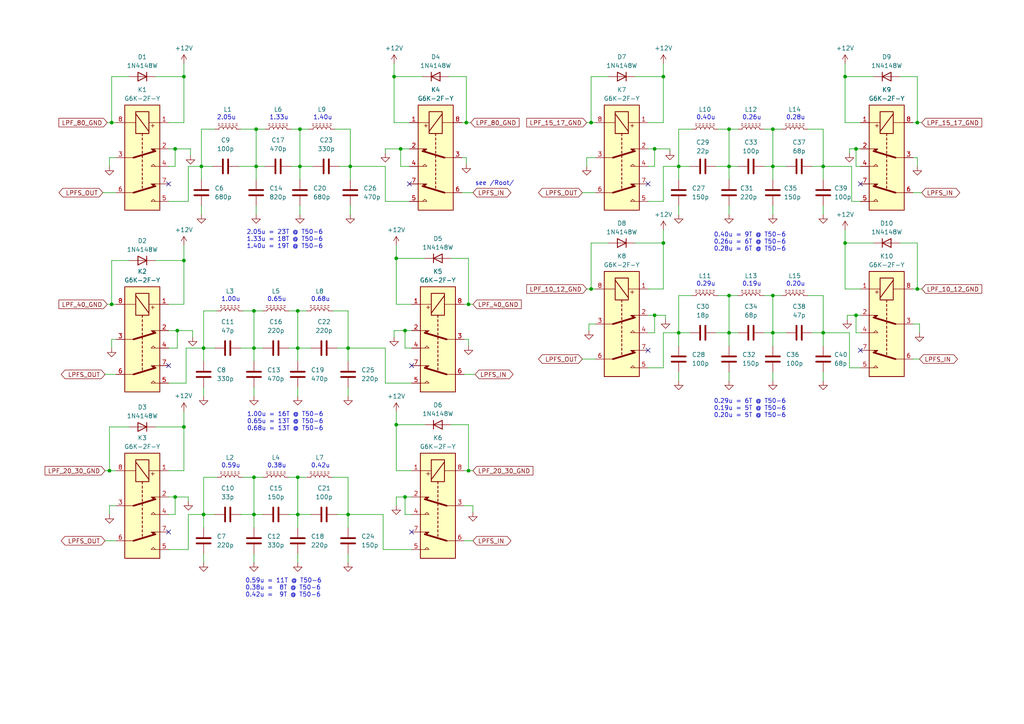
<source format=kicad_sch>
(kicad_sch (version 20230121) (generator eeschema)
  (paper "A4")
  (title_block (title "HBR/MK2 LPF Board") (date "2024-02-03") (rev "1.0"))
  (lib_symbols
    (symbol "Device:C" (pin_numbers hide) (pin_names (offset 0.254))
      (property "Reference" "C" (at 0.635 2.54 0))
      (property "Value" "C" (at 0.635 -2.54 0))
      (symbol "C_1_1"
        (pin passive line (at 0 3.81 270) (length 2.794) (name "~") (number "1"))
        (pin passive line (at 0 -3.81 90) (length 2.794) (name "~") (number "2"))
      )
    )
    (symbol "Device:L_Ferrite" (pin_numbers hide) (pin_names (offset 1.016) hide)
      (property "Reference" "L" (at -1.27 0 90))
      (property "Value" "L_Ferrite" (at 2.794 0 90))
      (symbol "L_Ferrite_1_1"
        (pin passive line (at 0 3.81 270) (length 1.27) (name "1") (number "1"))
        (pin passive line (at 0 -3.81 90) (length 1.27) (name "2") (number "2"))
      )
    )
    (symbol "Diode:1N4148W" (pin_numbers hide) (pin_names hide)
      (property "Reference" "D" (at 0 2.54 0))
      (property "Value" "1N4148W" (at 0 -2.54 0))
      (symbol "1N4148W_1_1"
        (pin passive line (at -3.81 0 0) (length 2.54) (name "K") (number "1"))
        (pin passive line (at 3.81 0 180) (length 2.54) (name "A") (number "2"))
      )
    )
    (symbol "Relay:G6K-2"
      (property "Reference" "K" (at 16.51 3.81 0))
      (property "Value" "G6K-2" (at 16.51 1.27 0))
      (symbol "G6K-2_0_0"
        (text "+" (at -9.271 2.921 0) (effects (font (size 1.27 1.27))))
      )
      (symbol "G6K-2_1_1"
        (pin passive line (at -10.16 7.62 270) (length 2.54) (name "~") (number "1"))
        (pin passive line (at -2.54 7.62 270) (length 2.54) (name "~") (number "2"))
        (pin passive line (at 0 -7.62 90) (length 2.54) (name "~") (number "3"))
        (pin passive line (at 2.54 7.62 270) (length 2.54) (name "~") (number "4"))
        (pin passive line (at 12.7 7.62 270) (length 2.54) (name "~") (number "5"))
        (pin passive line (at 10.16 -7.62 90) (length 2.54) (name "~") (number "6"))
        (pin passive line (at 7.62 7.62 270) (length 2.54) (name "~") (number "7"))
        (pin passive line (at -10.16 -7.62 90) (length 2.54) (name "~") (number "8"))
      )
    )
    (symbol "power:+12V" (power) (pin_names (offset 0))
      (property "Value" "+12V" (at 0 3.556 0))
      (symbol "+12V_1_1"
        (pin power_in line (at 0 0 90) (length 0) hide (name "+12V") (number "1"))
      )
    )
    (symbol "power:GND" (power) (pin_names (offset 0))
      (property "Value" "GND" (at 0 -3.81 0))
      (symbol "GND_1_1"
        (pin power_in line (at 0 0 270) (length 0) hide (name "GND") (number "1"))
      )
    )
  )
  (junction (at 73.66 138.43))
  (junction (at 189.865 91.44))
  (junction (at 32.385 88.265))
  (junction (at 238.76 48.26))
  (junction (at 245.11 22.225))
  (junction (at 74.295 48.26))
  (junction (at 211.455 85.725))
  (junction (at 53.34 123.825))
  (junction (at 171.45 83.82))
  (junction (at 73.66 90.17))
  (junction (at 86.36 138.43))
  (junction (at 211.455 96.52))
  (junction (at 211.455 48.26))
  (junction (at 135.255 35.56))
  (junction (at 51.435 95.885))
  (junction (at 73.66 100.965))
  (junction (at 59.055 100.965))
  (junction (at 114.935 74.93))
  (junction (at 224.155 37.465))
  (junction (at 101.6 48.26))
  (junction (at 224.155 48.26))
  (junction (at 266.065 83.82))
  (junction (at 58.42 48.26))
  (junction (at 248.285 43.18))
  (junction (at 248.285 91.44))
  (junction (at 31.75 136.525))
  (junction (at 53.34 22.225))
  (junction (at 224.155 85.725))
  (junction (at 86.995 37.465))
  (junction (at 196.85 48.26))
  (junction (at 196.85 96.52))
  (junction (at 116.205 43.18))
  (junction (at 211.455 37.465))
  (junction (at 86.995 48.26))
  (junction (at 171.45 35.56))
  (junction (at 50.8 43.18))
  (junction (at 32.385 35.56))
  (junction (at 86.36 90.17))
  (junction (at 117.475 95.885))
  (junction (at 192.405 22.225))
  (junction (at 86.36 100.965))
  (junction (at 266.065 35.56))
  (junction (at 224.155 96.52))
  (junction (at 135.89 136.525))
  (junction (at 100.965 100.965))
  (junction (at 50.8 144.145))
  (junction (at 100.965 149.225))
  (junction (at 73.66 149.225))
  (junction (at 74.295 37.465))
  (junction (at 117.475 144.145))
  (junction (at 114.3 22.225))
  (junction (at 114.935 123.19))
  (junction (at 86.36 149.225))
  (junction (at 135.89 88.265))
  (junction (at 192.405 70.485))
  (junction (at 245.11 70.485))
  (junction (at 53.34 75.565))
  (junction (at 189.865 43.18))
  (junction (at 238.76 96.52))
  (junction (at 59.055 149.225))
  (no_connect (at 119.38 154.305))
  (no_connect (at 187.96 53.34))
  (no_connect (at 249.555 53.34))
  (no_connect (at 249.555 101.6))
  (no_connect (at 187.96 101.6))
  (no_connect (at 48.895 154.305))
  (no_connect (at 119.38 106.045))
  (no_connect (at 118.745 53.34))
  (no_connect (at 48.895 106.045))
  (no_connect (at 48.895 53.34))
  (wire (pts (xy 86.36 160.655) (xy 86.36 163.195)))
  (wire (pts (xy 245.11 83.82) (xy 245.11 70.485)))
  (wire (pts (xy 59.055 160.655) (xy 59.055 163.195)))
  (wire (pts (xy 100.965 149.225) (xy 111.125 149.225)))
  (wire (pts (xy 192.405 35.56) (xy 192.405 22.225)))
  (wire (pts (xy 224.155 48.26) (xy 227.965 48.26)))
  (wire (pts (xy 53.975 111.125) (xy 53.975 100.965)))
  (wire (pts (xy 29.845 55.88) (xy 33.655 55.88)))
  (wire (pts (xy 86.995 48.26) (xy 90.805 48.26)))
  (wire (pts (xy 238.76 96.52) (xy 246.38 96.52)))
  (wire (pts (xy 211.455 85.725) (xy 211.455 96.52)))
  (wire (pts (xy 192.405 83.82) (xy 192.405 70.485)))
  (wire (pts (xy 114.3 22.225) (xy 114.3 18.415)))
  (wire (pts (xy 58.42 37.465) (xy 62.23 37.465)))
  (wire (pts (xy 187.96 106.68) (xy 192.405 106.68)))
  (wire (pts (xy 119.38 149.225) (xy 117.475 149.225)))
  (wire (pts (xy 123.19 123.19) (xy 114.935 123.19)))
  (wire (pts (xy 187.96 96.52) (xy 189.865 96.52)))
  (wire (pts (xy 111.76 58.42) (xy 111.76 48.26)))
  (wire (pts (xy 114.935 136.525) (xy 114.935 123.19)))
  (wire (pts (xy 249.555 58.42) (xy 247.015 58.42)))
  (wire (pts (xy 238.76 107.95) (xy 238.76 110.49)))
  (wire (pts (xy 266.065 35.56) (xy 264.795 35.56)))
  (wire (pts (xy 86.995 37.465) (xy 89.535 37.465)))
  (wire (pts (xy 170.815 93.98) (xy 172.72 93.98)))
  (wire (pts (xy 48.895 111.125) (xy 53.975 111.125)))
  (wire (pts (xy 211.455 48.26) (xy 213.995 48.26)))
  (wire (pts (xy 54.61 149.225) (xy 59.055 149.225)))
  (wire (pts (xy 170.18 83.82) (xy 171.45 83.82)))
  (wire (pts (xy 86.995 37.465) (xy 86.995 48.26)))
  (wire (pts (xy 101.6 48.26) (xy 111.76 48.26)))
  (wire (pts (xy 55.88 97.79) (xy 55.88 95.885)))
  (wire (pts (xy 73.66 149.225) (xy 76.2 149.225)))
  (wire (pts (xy 116.205 43.18) (xy 118.745 43.18)))
  (wire (pts (xy 224.155 96.52) (xy 224.155 100.33)))
  (wire (pts (xy 135.89 136.525) (xy 134.62 136.525)))
  (wire (pts (xy 54.61 145.415) (xy 54.61 144.145)))
  (wire (pts (xy 83.82 149.225) (xy 86.36 149.225)))
  (wire (pts (xy 69.85 37.465) (xy 74.295 37.465)))
  (wire (pts (xy 224.155 85.725) (xy 224.155 96.52)))
  (wire (pts (xy 74.295 48.26) (xy 76.835 48.26)))
  (wire (pts (xy 32.385 75.565) (xy 32.385 88.265)))
  (wire (pts (xy 53.34 75.565) (xy 53.34 71.12)))
  (wire (pts (xy 170.815 95.885) (xy 170.815 93.98)))
  (wire (pts (xy 101.6 48.26) (xy 101.6 52.07)))
  (wire (pts (xy 114.3 97.79) (xy 114.3 95.885)))
  (wire (pts (xy 50.8 48.26) (xy 50.8 43.18)))
  (wire (pts (xy 264.795 55.88) (xy 267.335 55.88)))
  (wire (pts (xy 48.895 88.265) (xy 53.34 88.265)))
  (wire (pts (xy 100.965 100.965) (xy 111.76 100.965)))
  (wire (pts (xy 253.365 70.485) (xy 245.11 70.485)))
  (wire (pts (xy 135.255 47.625) (xy 135.255 45.72)))
  (wire (pts (xy 238.76 96.52) (xy 238.76 100.33)))
  (wire (pts (xy 130.175 22.225) (xy 135.255 22.225)))
  (wire (pts (xy 134.62 108.585) (xy 137.795 108.585)))
  (wire (pts (xy 31.75 136.525) (xy 33.655 136.525)))
  (wire (pts (xy 31.75 149.225) (xy 31.75 146.685)))
  (wire (pts (xy 134.62 156.845) (xy 137.16 156.845)))
  (wire (pts (xy 249.555 83.82) (xy 245.11 83.82)))
  (wire (pts (xy 135.255 35.56) (xy 133.985 35.56)))
  (wire (pts (xy 246.38 106.68) (xy 246.38 96.52)))
  (wire (pts (xy 117.475 100.965) (xy 117.475 95.885)))
  (wire (pts (xy 69.215 48.26) (xy 74.295 48.26)))
  (wire (pts (xy 176.53 70.485) (xy 171.45 70.485)))
  (wire (pts (xy 171.45 35.56) (xy 172.72 35.56)))
  (wire (pts (xy 117.475 144.145) (xy 119.38 144.145)))
  (wire (pts (xy 30.48 156.845) (xy 33.655 156.845)))
  (wire (pts (xy 208.28 85.725) (xy 211.455 85.725)))
  (wire (pts (xy 168.91 104.14) (xy 172.72 104.14)))
  (wire (pts (xy 54.61 48.26) (xy 58.42 48.26)))
  (wire (pts (xy 86.36 149.225) (xy 90.17 149.225)))
  (wire (pts (xy 194.31 43.815) (xy 194.31 43.18)))
  (wire (pts (xy 31.115 35.56) (xy 32.385 35.56)))
  (wire (pts (xy 119.38 111.125) (xy 111.76 111.125)))
  (wire (pts (xy 100.965 138.43) (xy 100.965 149.225)))
  (wire (pts (xy 238.76 37.465) (xy 238.76 48.26)))
  (wire (pts (xy 86.36 100.965) (xy 86.36 104.775)))
  (wire (pts (xy 48.895 100.965) (xy 51.435 100.965)))
  (wire (pts (xy 86.36 149.225) (xy 86.36 153.035)))
  (wire (pts (xy 97.155 37.465) (xy 101.6 37.465)))
  (wire (pts (xy 211.455 59.69) (xy 211.455 62.23)))
  (wire (pts (xy 73.66 100.965) (xy 73.66 104.775)))
  (wire (pts (xy 249.555 106.68) (xy 246.38 106.68)))
  (wire (pts (xy 135.255 45.72) (xy 133.985 45.72)))
  (wire (pts (xy 86.36 100.965) (xy 90.17 100.965)))
  (wire (pts (xy 73.66 112.395) (xy 73.66 114.935)))
  (wire (pts (xy 245.745 92.71) (xy 245.745 91.44)))
  (wire (pts (xy 137.16 136.525) (xy 135.89 136.525)))
  (wire (pts (xy 196.85 48.26) (xy 200.025 48.26)))
  (wire (pts (xy 114.935 144.145) (xy 117.475 144.145)))
  (wire (pts (xy 170.18 35.56) (xy 171.45 35.56)))
  (wire (pts (xy 59.055 149.225) (xy 62.23 149.225)))
  (wire (pts (xy 73.66 90.17) (xy 76.2 90.17)))
  (wire (pts (xy 248.285 43.18) (xy 249.555 43.18)))
  (wire (pts (xy 48.895 136.525) (xy 53.34 136.525)))
  (wire (pts (xy 55.245 43.18) (xy 50.8 43.18)))
  (wire (pts (xy 96.52 90.17) (xy 100.965 90.17)))
  (wire (pts (xy 193.04 91.44) (xy 189.865 91.44)))
  (wire (pts (xy 31.75 45.72) (xy 33.655 45.72)))
  (wire (pts (xy 137.16 88.265) (xy 135.89 88.265)))
  (wire (pts (xy 221.615 96.52) (xy 224.155 96.52)))
  (wire (pts (xy 135.255 22.225) (xy 135.255 35.56)))
  (wire (pts (xy 211.455 85.725) (xy 213.995 85.725)))
  (wire (pts (xy 62.23 100.965) (xy 59.055 100.965)))
  (wire (pts (xy 192.405 58.42) (xy 192.405 48.26)))
  (wire (pts (xy 100.965 149.225) (xy 100.965 153.035)))
  (wire (pts (xy 114.3 95.885) (xy 117.475 95.885)))
  (wire (pts (xy 114.935 74.93) (xy 114.935 71.12)))
  (wire (pts (xy 137.16 146.685) (xy 134.62 146.685)))
  (wire (pts (xy 248.285 91.44) (xy 249.555 91.44)))
  (wire (pts (xy 137.16 148.59) (xy 137.16 146.685)))
  (wire (pts (xy 37.465 22.225) (xy 32.385 22.225)))
  (wire (pts (xy 119.38 88.265) (xy 114.935 88.265)))
  (wire (pts (xy 171.45 70.485) (xy 171.45 83.82)))
  (wire (pts (xy 187.96 35.56) (xy 192.405 35.56)))
  (wire (pts (xy 234.315 37.465) (xy 238.76 37.465)))
  (wire (pts (xy 37.465 123.825) (xy 31.75 123.825)))
  (wire (pts (xy 86.995 59.69) (xy 86.995 62.23)))
  (wire (pts (xy 32.385 35.56) (xy 33.655 35.56)))
  (wire (pts (xy 74.295 37.465) (xy 76.835 37.465)))
  (wire (pts (xy 58.42 48.26) (xy 58.42 52.07)))
  (wire (pts (xy 196.85 37.465) (xy 200.66 37.465)))
  (wire (pts (xy 207.645 48.26) (xy 211.455 48.26)))
  (wire (pts (xy 196.85 48.26) (xy 196.85 52.07)))
  (wire (pts (xy 31.75 146.685) (xy 33.655 146.685)))
  (wire (pts (xy 196.85 59.69) (xy 196.85 62.23)))
  (wire (pts (xy 48.895 58.42) (xy 54.61 58.42)))
  (wire (pts (xy 73.66 90.17) (xy 73.66 100.965)))
  (wire (pts (xy 266.7 93.98) (xy 264.795 93.98)))
  (wire (pts (xy 192.405 22.225) (xy 192.405 18.415)))
  (wire (pts (xy 59.055 90.17) (xy 59.055 100.965)))
  (wire (pts (xy 69.85 149.225) (xy 73.66 149.225)))
  (wire (pts (xy 59.055 149.225) (xy 59.055 138.43)))
  (wire (pts (xy 246.38 43.18) (xy 248.285 43.18)))
  (wire (pts (xy 245.11 22.225) (xy 245.11 18.415)))
  (wire (pts (xy 249.555 48.26) (xy 248.285 48.26)))
  (wire (pts (xy 86.36 90.17) (xy 86.36 100.965)))
  (wire (pts (xy 54.61 144.145) (xy 50.8 144.145)))
  (wire (pts (xy 73.66 138.43) (xy 73.66 149.225)))
  (wire (pts (xy 86.36 112.395) (xy 86.36 114.935)))
  (wire (pts (xy 189.865 91.44) (xy 189.865 96.52)))
  (wire (pts (xy 96.52 138.43) (xy 100.965 138.43)))
  (wire (pts (xy 245.11 35.56) (xy 245.11 22.225)))
  (wire (pts (xy 238.76 48.26) (xy 247.015 48.26)))
  (wire (pts (xy 30.48 108.585) (xy 33.655 108.585)))
  (wire (pts (xy 31.75 48.26) (xy 31.75 45.72)))
  (wire (pts (xy 122.555 22.225) (xy 114.3 22.225)))
  (wire (pts (xy 73.66 160.655) (xy 73.66 163.195)))
  (wire (pts (xy 101.6 59.69) (xy 101.6 62.23)))
  (wire (pts (xy 69.85 100.965) (xy 73.66 100.965)))
  (wire (pts (xy 187.96 48.26) (xy 189.865 48.26)))
  (wire (pts (xy 111.76 100.965) (xy 111.76 111.125)))
  (wire (pts (xy 119.38 136.525) (xy 114.935 136.525)))
  (wire (pts (xy 176.53 22.225) (xy 171.45 22.225)))
  (wire (pts (xy 101.6 37.465) (xy 101.6 48.26)))
  (wire (pts (xy 224.155 59.69) (xy 224.155 62.23)))
  (wire (pts (xy 238.76 85.725) (xy 238.76 96.52)))
  (wire (pts (xy 187.96 58.42) (xy 192.405 58.42)))
  (wire (pts (xy 266.065 48.26) (xy 266.065 45.72)))
  (wire (pts (xy 192.405 70.485) (xy 192.405 66.675)))
  (wire (pts (xy 235.585 48.26) (xy 238.76 48.26)))
  (wire (pts (xy 238.76 59.69) (xy 238.76 62.23)))
  (wire (pts (xy 86.36 138.43) (xy 88.9 138.43)))
  (wire (pts (xy 224.155 37.465) (xy 224.155 48.26)))
  (wire (pts (xy 86.995 48.26) (xy 86.995 52.07)))
  (wire (pts (xy 211.455 48.26) (xy 211.455 52.07)))
  (wire (pts (xy 53.34 136.525) (xy 53.34 123.825)))
  (wire (pts (xy 100.965 100.965) (xy 100.965 104.775)))
  (wire (pts (xy 83.82 90.17) (xy 86.36 90.17)))
  (wire (pts (xy 59.055 112.395) (xy 59.055 114.935)))
  (wire (pts (xy 48.895 48.26) (xy 50.8 48.26)))
  (wire (pts (xy 45.085 75.565) (xy 53.34 75.565)))
  (wire (pts (xy 266.065 83.82) (xy 264.795 83.82)))
  (wire (pts (xy 48.895 35.56) (xy 53.34 35.56)))
  (wire (pts (xy 267.335 83.82) (xy 266.065 83.82)))
  (wire (pts (xy 32.385 88.265) (xy 33.655 88.265)))
  (wire (pts (xy 211.455 37.465) (xy 213.995 37.465)))
  (wire (pts (xy 31.75 123.825) (xy 31.75 136.525)))
  (wire (pts (xy 194.31 43.18) (xy 189.865 43.18)))
  (wire (pts (xy 114.3 35.56) (xy 114.3 22.225)))
  (wire (pts (xy 73.66 138.43) (xy 76.2 138.43)))
  (wire (pts (xy 55.88 95.885) (xy 51.435 95.885)))
  (wire (pts (xy 31.115 88.265) (xy 32.385 88.265)))
  (wire (pts (xy 266.065 22.225) (xy 266.065 35.56)))
  (wire (pts (xy 192.405 48.26) (xy 196.85 48.26)))
  (wire (pts (xy 234.315 85.725) (xy 238.76 85.725)))
  (wire (pts (xy 74.295 59.69) (xy 74.295 62.23)))
  (wire (pts (xy 248.285 43.18) (xy 248.285 48.26)))
  (wire (pts (xy 189.865 43.18) (xy 187.96 43.18)))
  (wire (pts (xy 58.42 59.69) (xy 58.42 62.23)))
  (wire (pts (xy 224.155 96.52) (xy 227.965 96.52)))
  (wire (pts (xy 111.76 43.18) (xy 116.205 43.18)))
  (wire (pts (xy 245.11 70.485) (xy 245.11 66.675)))
  (wire (pts (xy 50.8 43.18) (xy 48.895 43.18)))
  (wire (pts (xy 249.555 96.52) (xy 248.285 96.52)))
  (wire (pts (xy 238.76 48.26) (xy 238.76 52.07)))
  (wire (pts (xy 267.335 35.56) (xy 266.065 35.56)))
  (wire (pts (xy 100.965 160.655) (xy 100.965 163.195)))
  (wire (pts (xy 211.455 96.52) (xy 213.995 96.52)))
  (wire (pts (xy 184.15 22.225) (xy 192.405 22.225)))
  (wire (pts (xy 224.155 85.725) (xy 226.695 85.725)))
  (wire (pts (xy 86.36 90.17) (xy 88.9 90.17)))
  (wire (pts (xy 59.055 138.43) (xy 62.865 138.43)))
  (wire (pts (xy 130.81 123.19) (xy 135.89 123.19)))
  (wire (pts (xy 211.455 107.95) (xy 211.455 110.49)))
  (wire (pts (xy 192.405 96.52) (xy 196.85 96.52)))
  (wire (pts (xy 50.8 144.145) (xy 48.895 144.145)))
  (wire (pts (xy 208.28 37.465) (xy 211.455 37.465)))
  (wire (pts (xy 84.455 37.465) (xy 86.995 37.465)))
  (wire (pts (xy 53.34 123.825) (xy 53.34 119.38)))
  (wire (pts (xy 187.96 83.82) (xy 192.405 83.82)))
  (wire (pts (xy 83.82 138.43) (xy 86.36 138.43)))
  (wire (pts (xy 170.18 45.72) (xy 172.72 45.72)))
  (wire (pts (xy 51.435 100.965) (xy 51.435 95.885)))
  (wire (pts (xy 171.45 22.225) (xy 171.45 35.56)))
  (wire (pts (xy 98.425 48.26) (xy 101.6 48.26)))
  (wire (pts (xy 260.985 70.485) (xy 266.065 70.485)))
  (wire (pts (xy 111.125 159.385) (xy 111.125 149.225)))
  (wire (pts (xy 196.85 85.725) (xy 196.85 96.52)))
  (wire (pts (xy 136.525 35.56) (xy 135.255 35.56)))
  (wire (pts (xy 118.745 35.56) (xy 114.3 35.56)))
  (wire (pts (xy 54.61 149.225) (xy 54.61 159.385)))
  (wire (pts (xy 249.555 35.56) (xy 245.11 35.56)))
  (wire (pts (xy 53.34 88.265) (xy 53.34 75.565)))
  (wire (pts (xy 224.155 48.26) (xy 224.155 52.07)))
  (wire (pts (xy 45.085 123.825) (xy 53.34 123.825)))
  (wire (pts (xy 117.475 95.885) (xy 119.38 95.885)))
  (wire (pts (xy 221.615 37.465) (xy 224.155 37.465)))
  (wire (pts (xy 168.91 55.88) (xy 172.72 55.88)))
  (wire (pts (xy 130.81 74.93) (xy 135.89 74.93)))
  (wire (pts (xy 135.89 100.33) (xy 135.89 98.425)))
  (wire (pts (xy 59.055 149.225) (xy 59.055 153.035)))
  (wire (pts (xy 97.79 149.225) (xy 100.965 149.225)))
  (wire (pts (xy 211.455 37.465) (xy 211.455 48.26)))
  (wire (pts (xy 84.455 48.26) (xy 86.995 48.26)))
  (wire (pts (xy 235.585 96.52) (xy 238.76 96.52)))
  (wire (pts (xy 123.19 74.93) (xy 114.935 74.93)))
  (wire (pts (xy 221.615 48.26) (xy 224.155 48.26)))
  (wire (pts (xy 119.38 159.385) (xy 111.125 159.385)))
  (wire (pts (xy 32.385 22.225) (xy 32.385 35.56)))
  (wire (pts (xy 58.42 48.26) (xy 58.42 37.465)))
  (wire (pts (xy 245.745 91.44) (xy 248.285 91.44)))
  (wire (pts (xy 248.285 91.44) (xy 248.285 96.52)))
  (wire (pts (xy 55.245 45.085) (xy 55.245 43.18)))
  (wire (pts (xy 97.79 100.965) (xy 100.965 100.965)))
  (wire (pts (xy 83.82 100.965) (xy 86.36 100.965)))
  (wire (pts (xy 189.865 48.26) (xy 189.865 43.18)))
  (wire (pts (xy 247.015 48.26) (xy 247.015 58.42)))
  (wire (pts (xy 135.89 123.19) (xy 135.89 136.525)))
  (wire (pts (xy 30.48 136.525) (xy 31.75 136.525)))
  (wire (pts (xy 264.795 104.14) (xy 266.7 104.14)))
  (wire (pts (xy 73.66 100.965) (xy 76.2 100.965)))
  (wire (pts (xy 100.965 112.395) (xy 100.965 114.935)))
  (wire (pts (xy 118.745 48.26) (xy 116.205 48.26)))
  (wire (pts (xy 224.155 37.465) (xy 226.695 37.465)))
  (wire (pts (xy 260.985 22.225) (xy 266.065 22.225)))
  (wire (pts (xy 37.465 75.565) (xy 32.385 75.565)))
  (wire (pts (xy 207.645 96.52) (xy 211.455 96.52)))
  (wire (pts (xy 114.935 123.19) (xy 114.935 119.38)))
  (wire (pts (xy 246.38 44.45) (xy 246.38 43.18)))
  (wire (pts (xy 74.295 37.465) (xy 74.295 48.26)))
  (wire (pts (xy 32.385 98.425) (xy 33.655 98.425)))
  (wire (pts (xy 253.365 22.225) (xy 245.11 22.225)))
  (wire (pts (xy 48.895 149.225) (xy 50.8 149.225)))
  (wire (pts (xy 211.455 96.52) (xy 211.455 100.33)))
  (wire (pts (xy 114.935 88.265) (xy 114.935 74.93)))
  (wire (pts (xy 116.205 48.26) (xy 116.205 43.18)))
  (wire (pts (xy 117.475 149.225) (xy 117.475 144.145)))
  (wire (pts (xy 171.45 83.82) (xy 172.72 83.82)))
  (wire (pts (xy 133.985 55.88) (xy 137.16 55.88)))
  (wire (pts (xy 193.04 92.71) (xy 193.04 91.44)))
  (wire (pts (xy 196.85 85.725) (xy 200.66 85.725)))
  (wire (pts (xy 86.36 138.43) (xy 86.36 149.225)))
  (wire (pts (xy 135.89 88.265) (xy 134.62 88.265)))
  (wire (pts (xy 51.435 95.885) (xy 48.895 95.885)))
  (wire (pts (xy 58.42 48.26) (xy 61.595 48.26)))
  (wire (pts (xy 135.89 98.425) (xy 134.62 98.425)))
  (wire (pts (xy 266.065 70.485) (xy 266.065 83.82)))
  (wire (pts (xy 45.085 22.225) (xy 53.34 22.225)))
  (wire (pts (xy 135.89 74.93) (xy 135.89 88.265)))
  (wire (pts (xy 221.615 85.725) (xy 224.155 85.725)))
  (wire (pts (xy 266.7 96.52) (xy 266.7 93.98)))
  (wire (pts (xy 54.61 58.42) (xy 54.61 48.26)))
  (wire (pts (xy 73.66 149.225) (xy 73.66 153.035)))
  (wire (pts (xy 50.8 144.145) (xy 50.8 149.225)))
  (wire (pts (xy 192.405 106.68) (xy 192.405 96.52)))
  (wire (pts (xy 118.745 58.42) (xy 111.76 58.42)))
  (wire (pts (xy 70.485 138.43) (xy 73.66 138.43)))
  (wire (pts (xy 266.065 45.72) (xy 264.795 45.72)))
  (wire (pts (xy 170.18 48.26) (xy 170.18 45.72)))
  (wire (pts (xy 59.055 90.17) (xy 62.865 90.17)))
  (wire (pts (xy 32.385 100.965) (xy 32.385 98.425)))
  (wire (pts (xy 196.85 96.52) (xy 196.85 100.33)))
  (wire (pts (xy 111.76 44.45) (xy 111.76 43.18)))
  (wire (pts (xy 74.295 48.26) (xy 74.295 52.07)))
  (wire (pts (xy 70.485 90.17) (xy 73.66 90.17)))
  (wire (pts (xy 184.15 70.485) (xy 192.405 70.485)))
  (wire (pts (xy 119.38 100.965) (xy 117.475 100.965)))
  (wire (pts (xy 224.155 107.95) (xy 224.155 110.49)))
  (wire (pts (xy 53.34 22.225) (xy 53.34 18.415)))
  (wire (pts (xy 100.965 90.17) (xy 100.965 100.965)))
  (wire (pts (xy 114.935 146.685) (xy 114.935 144.145)))
  (wire (pts (xy 59.055 100.965) (xy 59.055 104.775)))
  (wire (pts (xy 48.895 159.385) (xy 54.61 159.385)))
  (wire (pts (xy 189.865 91.44) (xy 187.96 91.44)))
  (wire (pts (xy 196.85 107.95) (xy 196.85 110.49)))
  (wire (pts (xy 53.34 35.56) (xy 53.34 22.225)))
  (wire (pts (xy 196.85 37.465) (xy 196.85 48.26)))
  (wire (pts (xy 53.975 100.965) (xy 59.055 100.965)))
  (wire (pts (xy 196.85 96.52) (xy 200.025 96.52)))
  (text "0.68u" (at 90.17 87.63 0) (effects (font (size 1.27 1.27)) (justify left bottom)))
  (text "0.40u" (at 201.93 34.925 0) (effects (font (size 1.27 1.27)) (justify left bottom)))
  (text "0.59u" (at 64.135 135.89 0) (effects (font (size 1.27 1.27)) (justify left bottom)))
  (text "1.00u" (at 64.135 87.63 0) (effects (font (size 1.27 1.27)) (justify left bottom)))
  (text "0.19u\n" (at 215.265 83.185 0) (effects (font (size 1.27 1.27)) (justify left bottom)))
  (text "0.28u" (at 227.965 34.925 0) (effects (font (size 1.27 1.27)) (justify left bottom)))
  (text "0.40u = 9T @ T50-6\n0.26u = 6T @ T50-6\n0.28u = 6T @ T50-6" (at 207.01 73.025 0) (effects (font (size 1.27 1.27)) (justify left bottom)))
  (text "0.38u" (at 77.47 135.89 0) (effects (font (size 1.27 1.27)) (justify left bottom)))
  (text "0.42u" (at 90.17 135.89 0) (effects (font (size 1.27 1.27)) (justify left bottom)))
  (text "2.05u = 23T @ T50-6\n1.33u = 18T @ T50-6\n1.40u = 19T @ T50-6" (at 71.501 72.263 0) (effects (font (size 1.27 1.27)) (justify left bottom)))
  (text "see /Root/" (at 137.795 53.975 0) (effects (font (size 1.27 1.27)) (justify left bottom)))
  (text "0.59u = 11T @ T50-6\n0.38u =  8T @ T50-6\n0.42u =  9T @ T50-6" (at 71.12 173.355 0) (effects (font (size 1.27 1.27)) (justify left bottom)))
  (text "2.05u" (at 62.865 34.925 0) (effects (font (size 1.27 1.27)) (justify left bottom)))
  (text "1.00u = 16T @ T50-6\n0.65u = 13T @ T50-6\n0.68u = 13T @ T50-6" (at 71.628 125.095 0) (effects (font (size 1.27 1.27)) (justify left bottom)))
  (text "1.40u" (at 90.805 34.925 0) (effects (font (size 1.27 1.27)) (justify left bottom)))
  (text "0.65u" (at 77.47 87.63 0) (effects (font (size 1.27 1.27)) (justify left bottom)))
  (text "0.29u" (at 201.93 83.185 0) (effects (font (size 1.27 1.27)) (justify left bottom)))
  (text "1.33u" (at 78.105 34.925 0) (effects (font (size 1.27 1.27)) (justify left bottom)))
  (text "0.26u" (at 215.265 34.925 0) (effects (font (size 1.27 1.27)) (justify left bottom)))
  (text "0.29u = 6T @ T50-6\n0.19u = 5T @ T50-6\n0.20u = 5T @ T50-6" (at 207.01 121.285 0) (effects (font (size 1.27 1.27)) (justify left bottom)))
  (text "0.20u" (at 227.965 83.185 0) (effects (font (size 1.27 1.27)) (justify left bottom)))
  (global_label "LPF_40_GND" (shape input) (at 137.16 88.265 0) (property "Intersheetrefs" "${INTERSHEET_REFS}" (effects hide)))
  (global_label "LPFS_OUT" (shape bidirectional) (at 168.91 55.88 180) (property "Intersheetrefs" "${INTERSHEET_REFS}" (effects hide)))
  (global_label "LPFS_IN" (shape bidirectional) (at 137.795 108.585 0) (property "Intersheetrefs" "${INTERSHEET_REFS}" (effects hide)))
  (global_label "LPFS_IN" (shape bidirectional) (at 266.7 104.14 0) (property "Intersheetrefs" "${INTERSHEET_REFS}" (effects hide)))
  (global_label "LPFS_OUT" (shape bidirectional) (at 30.48 156.845 180) (property "Intersheetrefs" "${INTERSHEET_REFS}" (effects hide)))
  (global_label "LPF_20_30_GND" (shape input) (at 30.48 136.525 180) (property "Intersheetrefs" "${INTERSHEET_REFS}" (effects hide)))
  (global_label "LPF_15_17_GND" (shape input) (at 267.335 35.56 0) (property "Intersheetrefs" "${INTERSHEET_REFS}" (effects hide)))
  (global_label "LPFS_IN" (shape bidirectional) (at 137.16 55.88 0) (property "Intersheetrefs" "${INTERSHEET_REFS}" (effects hide)))
  (global_label "LPF_10_12_GND" (shape input) (at 267.335 83.82 0) (property "Intersheetrefs" "${INTERSHEET_REFS}" (effects hide)))
  (global_label "LPFS_OUT" (shape bidirectional) (at 168.91 104.14 180) (property "Intersheetrefs" "${INTERSHEET_REFS}" (effects hide)))
  (global_label "LPFS_OUT" (shape bidirectional) (at 29.845 55.88 180) (property "Intersheetrefs" "${INTERSHEET_REFS}" (effects hide)))
  (global_label "LPF_20_30_GND" (shape input) (at 137.16 136.525 0) (property "Intersheetrefs" "${INTERSHEET_REFS}" (effects hide)))
  (global_label "LPF_15_17_GND" (shape input) (at 170.18 35.56 180) (property "Intersheetrefs" "${INTERSHEET_REFS}" (effects hide)))
  (global_label "LPF_40_GND" (shape input) (at 31.115 88.265 180) (property "Intersheetrefs" "${INTERSHEET_REFS}" (effects hide)))
  (global_label "LPFS_IN" (shape bidirectional) (at 137.16 156.845 0) (property "Intersheetrefs" "${INTERSHEET_REFS}" (effects hide)))
  (global_label "LPF_10_12_GND" (shape input) (at 170.18 83.82 180) (property "Intersheetrefs" "${INTERSHEET_REFS}" (effects hide)))
  (global_label "LPF_80_GND" (shape input) (at 31.115 35.56 180) (property "Intersheetrefs" "${INTERSHEET_REFS}" (effects hide)))
  (global_label "LPFS_IN" (shape bidirectional) (at 267.335 55.88 0) (property "Intersheetrefs" "${INTERSHEET_REFS}" (effects hide)))
  (global_label "LPF_80_GND" (shape input) (at 136.525 35.56 0) (property "Intersheetrefs" "${INTERSHEET_REFS}" (effects hide)))
  (global_label "LPFS_OUT" (shape bidirectional) (at 30.48 108.585 180) (property "Intersheetrefs" "${INTERSHEET_REFS}" (effects hide)))
  (symbol (lib_id "Diode:1N4148W") (at 180.34 22.225 180) (unit 1)
    (property "Reference" "D7" (at 180.34 16.51 0))
    (property "Value" "1N4148W" (at 180.34 19.05 0))
    (property "Footprint" "Diode_SMD:D_SOD-123" (effects hide))
    (property "Datasheet" "https://www.vishay.com/docs/85748/1n4148w.pdf" (effects hide))
    (property "Sim.Device" "D" (effects hide))
    (property "Sim.Pins" "1=K 2=A" (effects hide))
  )
  (symbol (lib_id "Device:C") (at 224.155 104.14 0) (unit 1)
    (property "Reference" "C36" (at 227.965 102.87 0) (effects (justify left)))
    (property "Value" "100p" (at 227.965 105.41 0) (effects (justify left)))
    (property "Footprint" "Capacitor_SMD:C_0805_2012Metric_Pad1.18x1.45mm_HandSolder" (effects hide))
  )
  (symbol (lib_id "Device:C") (at 238.76 55.88 0) (unit 1)
    (property "Reference" "C39" (at 241.935 54.61 0) (effects (justify left)))
    (property "Value" "100p" (at 241.935 57.15 0) (effects (justify left)))
    (property "Footprint" "Capacitor_SMD:C_0805_2012Metric_Pad1.18x1.45mm_HandSolder" (effects hide))
  )
  (symbol (lib_id "Device:C") (at 59.055 156.845 0) (unit 1)
    (property "Reference" "C7" (at 62.865 155.575 0) (effects (justify left)))
    (property "Value" "220p" (at 62.865 158.115 0) (effects (justify left)))
    (property "Footprint" "Capacitor_SMD:C_0805_2012Metric_Pad1.18x1.45mm_HandSolder" (effects hide))
  )
  (symbol (lib_id "power:GND") (at 135.255 47.625 0) (unit 1)
    (property "Reference" "#PWR083" (effects hide))
    (property "Value" "GND" (effects hide))
  )
  (symbol (lib_id "power:+12V") (at 192.405 18.415 0) (unit 1)
    (property "Reference" "#PWR044" (effects hide))
    (property "Value" "+12V" (at 192.405 13.97 0))
  )
  (symbol (lib_id "Relay:G6K-2") (at 41.275 146.685 270) (unit 1)
    (property "Reference" "K3" (at 41.275 127 90))
    (property "Value" "G6K-2F-Y" (at 41.275 129.54 90))
    (property "Footprint" "Relay_SMD:Relay_DPDT_Omron_G6K-2F-Y" (effects hide))
    (property "Datasheet" "http://omronfs.omron.com/en_US/ecb/products/pdf/en-g6k.pdf" (effects hide))
  )
  (symbol (lib_id "Device:C") (at 86.36 156.845 0) (unit 1)
    (property "Reference" "C18" (at 90.17 155.575 0) (effects (justify left)))
    (property "Value" "220p" (at 90.17 158.115 0) (effects (justify left)))
    (property "Footprint" "Capacitor_SMD:C_0805_2012Metric_Pad1.18x1.45mm_HandSolder" (effects hide))
  )
  (symbol (lib_id "power:GND") (at 266.7 96.52 0) (unit 1)
    (property "Reference" "#PWR078" (effects hide))
    (property "Value" "GND" (effects hide))
  )
  (symbol (lib_id "Device:C") (at 224.155 55.88 0) (unit 1)
    (property "Reference" "C35" (at 227.33 54.61 0) (effects (justify left)))
    (property "Value" "150p" (at 227.33 57.15 0) (effects (justify left)))
    (property "Footprint" "Capacitor_SMD:C_0805_2012Metric_Pad1.18x1.45mm_HandSolder" (effects hide))
  )
  (symbol (lib_id "Device:L_Ferrite") (at 204.47 85.725 90) (unit 1)
    (property "Reference" "L11" (at 204.47 80.01 90))
    (property "Value" "T50-6" (effects hide))
    (property "Footprint" "Inductor_THT:L_Toroid_Vertical_L13.0mm_W6.5mm_P5.60mm" (effects hide))
  )
  (symbol (lib_id "power:+12V") (at 114.935 71.12 0) (mirror y) (unit 1)
    (property "Reference" "#PWR042" (effects hide))
    (property "Value" "+12V" (at 114.935 66.675 0))
  )
  (symbol (lib_id "Device:L_Ferrite") (at 204.47 37.465 90) (unit 1)
    (property "Reference" "L10" (at 204.47 31.75 90))
    (property "Value" "T50-6" (effects hide))
    (property "Footprint" "Inductor_THT:L_Toroid_Vertical_L13.0mm_W6.5mm_P5.60mm" (effects hide))
  )
  (symbol (lib_id "power:GND") (at 114.935 146.685 0) (unit 1)
    (property "Reference" "#PWR086" (effects hide))
    (property "Value" "GND" (effects hide))
  )
  (symbol (lib_id "power:GND") (at 170.815 95.885 0) (unit 1)
    (property "Reference" "#PWR071" (effects hide))
    (property "Value" "GND" (effects hide))
  )
  (symbol (lib_id "Diode:1N4148W") (at 126.365 22.225 0) (mirror x) (unit 1)
    (property "Reference" "D4" (at 126.365 16.51 0))
    (property "Value" "1N4148W" (at 126.365 19.05 0))
    (property "Footprint" "Diode_SMD:D_SOD-123" (effects hide))
    (property "Datasheet" "https://www.vishay.com/docs/85748/1n4148w.pdf" (effects hide))
    (property "Sim.Device" "D" (effects hide))
    (property "Sim.Pins" "1=K 2=A" (effects hide))
  )
  (symbol (lib_id "Relay:G6K-2") (at 41.275 45.72 270) (unit 1)
    (property "Reference" "K1" (at 41.275 26.035 90))
    (property "Value" "G6K-2F-Y" (at 41.275 28.575 90))
    (property "Footprint" "Relay_SMD:Relay_DPDT_Omron_G6K-2F-Y" (effects hide))
    (property "Datasheet" "http://omronfs.omron.com/en_US/ecb/products/pdf/en-g6k.pdf" (effects hide))
  )
  (symbol (lib_id "Device:L_Ferrite") (at 66.04 37.465 90) (unit 1)
    (property "Reference" "L1" (at 66.04 31.75 90))
    (property "Value" "T50-6" (effects hide))
    (property "Footprint" "Inductor_THT:L_Toroid_Vertical_L13.0mm_W6.5mm_P5.60mm" (effects hide))
  )
  (symbol (lib_id "power:GND") (at 86.995 62.23 0) (unit 1)
    (property "Reference" "#PWR037" (effects hide))
    (property "Value" "GND" (effects hide))
  )
  (symbol (lib_id "power:GND") (at 31.75 149.225 0) (unit 1)
    (property "Reference" "#PWR073" (effects hide))
    (property "Value" "GND" (effects hide))
  )
  (symbol (lib_id "Device:C") (at 74.295 55.88 0) (unit 1)
    (property "Reference" "C14" (at 78.105 54.61 0) (effects (justify left)))
    (property "Value" "820p" (at 78.105 57.15 0) (effects (justify left)))
    (property "Footprint" "Capacitor_SMD:C_0805_2012Metric_Pad1.18x1.45mm_HandSolder" (effects hide))
  )
  (symbol (lib_id "power:GND") (at 238.76 110.49 0) (unit 1)
    (property "Reference" "#PWR053" (effects hide))
    (property "Value" "GND" (effects hide))
  )
  (symbol (lib_id "power:GND") (at 55.245 45.085 0) (unit 1)
    (property "Reference" "#PWR076" (effects hide))
    (property "Value" "GND" (effects hide))
  )
  (symbol (lib_id "Device:C") (at 73.66 156.845 0) (unit 1)
    (property "Reference" "C12" (at 77.47 155.575 0) (effects (justify left)))
    (property "Value" "330p" (at 77.47 158.115 0) (effects (justify left)))
    (property "Footprint" "Capacitor_SMD:C_0805_2012Metric_Pad1.18x1.45mm_HandSolder" (effects hide))
  )
  (symbol (lib_id "power:GND") (at 101.6 62.23 0) (unit 1)
    (property "Reference" "#PWR040" (effects hide))
    (property "Value" "GND" (effects hide))
  )
  (symbol (lib_id "power:GND") (at 196.85 110.49 0) (unit 1)
    (property "Reference" "#PWR047" (effects hide))
    (property "Value" "GND" (effects hide))
  )
  (symbol (lib_id "Device:L_Ferrite") (at 80.01 90.17 90) (unit 1)
    (property "Reference" "L5" (at 80.01 84.455 90))
    (property "Value" "T50-6" (effects hide))
    (property "Footprint" "Inductor_THT:L_Toroid_Vertical_L13.0mm_W6.5mm_P5.60mm" (effects hide))
  )
  (symbol (lib_id "power:GND") (at 32.385 100.965 0) (unit 1)
    (property "Reference" "#PWR074" (effects hide))
    (property "Value" "GND" (effects hide))
  )
  (symbol (lib_id "Diode:1N4148W") (at 41.275 123.825 180) (unit 1)
    (property "Reference" "D3" (at 41.275 118.11 0))
    (property "Value" "1N4148W" (at 41.275 120.65 0))
    (property "Footprint" "Diode_SMD:D_SOD-123" (effects hide))
    (property "Datasheet" "https://www.vishay.com/docs/85748/1n4148w.pdf" (effects hide))
    (property "Sim.Device" "D" (effects hide))
    (property "Sim.Pins" "1=K 2=A" (effects hide))
  )
  (symbol (lib_id "Device:C") (at 217.805 96.52 90) (unit 1)
    (property "Reference" "C34" (at 217.805 88.9 90))
    (property "Value" "68p" (at 217.805 91.44 90))
    (property "Footprint" "Capacitor_SMD:C_0805_2012Metric_Pad1.18x1.45mm_HandSolder" (effects hide))
  )
  (symbol (lib_id "Diode:1N4148W") (at 180.34 70.485 180) (unit 1)
    (property "Reference" "D8" (at 180.34 64.77 0))
    (property "Value" "1N4148W" (at 180.34 67.31 0))
    (property "Footprint" "Diode_SMD:D_SOD-123" (effects hide))
    (property "Datasheet" "https://www.vishay.com/docs/85748/1n4148w.pdf" (effects hide))
    (property "Sim.Device" "D" (effects hide))
    (property "Sim.Pins" "1=K 2=A" (effects hide))
  )
  (symbol (lib_id "Device:C") (at 203.835 96.52 90) (unit 1)
    (property "Reference" "C30" (at 203.835 88.9 90))
    (property "Value" "18p" (at 203.835 91.44 90))
    (property "Footprint" "Capacitor_SMD:C_0805_2012Metric_Pad1.18x1.45mm_HandSolder" (effects hide))
  )
  (symbol (lib_id "power:GND") (at 211.455 110.49 0) (unit 1)
    (property "Reference" "#PWR049" (effects hide))
    (property "Value" "GND" (effects hide))
  )
  (symbol (lib_id "Device:C") (at 203.835 48.26 90) (unit 1)
    (property "Reference" "C29" (at 203.835 41.275 90))
    (property "Value" "22p" (at 203.835 43.815 90))
    (property "Footprint" "Capacitor_SMD:C_0805_2012Metric_Pad1.18x1.45mm_HandSolder" (effects hide))
  )
  (symbol (lib_id "power:GND") (at 193.04 92.71 0) (unit 1)
    (property "Reference" "#PWR070" (effects hide))
    (property "Value" "GND" (effects hide))
  )
  (symbol (lib_id "power:+12V") (at 53.34 18.415 0) (unit 1)
    (property "Reference" "#PWR026" (effects hide))
    (property "Value" "+12V" (at 53.34 13.97 0))
  )
  (symbol (lib_id "Device:C") (at 80.01 100.965 90) (unit 1)
    (property "Reference" "C16" (at 80.01 93.345 90))
    (property "Value" "220p" (at 80.01 95.885 90))
    (property "Footprint" "Capacitor_SMD:C_0805_2012Metric_Pad1.18x1.45mm_HandSolder" (effects hide))
  )
  (symbol (lib_id "Device:C") (at 100.965 156.845 0) (unit 1)
    (property "Reference" "C24" (at 104.775 155.575 0) (effects (justify left)))
    (property "Value" "150p" (at 104.775 158.115 0) (effects (justify left)))
    (property "Footprint" "Capacitor_SMD:C_0805_2012Metric_Pad1.18x1.45mm_HandSolder" (effects hide))
  )
  (symbol (lib_id "Device:C") (at 66.04 149.225 90) (unit 1)
    (property "Reference" "C10" (at 66.04 141.605 90))
    (property "Value" "33p" (at 66.04 144.145 90))
    (property "Footprint" "Capacitor_SMD:C_0805_2012Metric_Pad1.18x1.45mm_HandSolder" (effects hide))
  )
  (symbol (lib_id "power:GND") (at 246.38 44.45 0) (unit 1)
    (property "Reference" "#PWR081" (effects hide))
    (property "Value" "GND" (effects hide))
  )
  (symbol (lib_id "Device:C") (at 196.85 104.14 0) (unit 1)
    (property "Reference" "C28" (at 200.66 102.87 0) (effects (justify left)))
    (property "Value" "100p" (at 200.66 105.41 0) (effects (justify left)))
    (property "Footprint" "Capacitor_SMD:C_0805_2012Metric_Pad1.18x1.45mm_HandSolder" (effects hide))
  )
  (symbol (lib_id "Device:C") (at 59.055 108.585 0) (unit 1)
    (property "Reference" "C8" (at 62.865 107.315 0) (effects (justify left)))
    (property "Value" "330p" (at 62.865 109.855 0) (effects (justify left)))
    (property "Footprint" "Capacitor_SMD:C_0805_2012Metric_Pad1.18x1.45mm_HandSolder" (effects hide))
  )
  (symbol (lib_id "Device:C") (at 80.01 149.225 90) (unit 1)
    (property "Reference" "C15" (at 80.01 141.605 90))
    (property "Value" "150p" (at 80.01 144.145 90))
    (property "Footprint" "Capacitor_SMD:C_0805_2012Metric_Pad1.18x1.45mm_HandSolder" (effects hide))
  )
  (symbol (lib_id "Device:L_Ferrite") (at 217.805 37.465 90) (unit 1)
    (property "Reference" "L12" (at 217.805 31.75 90))
    (property "Value" "T50-6" (effects hide))
    (property "Footprint" "Inductor_THT:L_Toroid_Vertical_L13.0mm_W6.5mm_P5.60mm" (effects hide))
  )
  (symbol (lib_id "Device:L_Ferrite") (at 93.345 37.465 90) (unit 1)
    (property "Reference" "L9" (at 93.345 31.75 90))
    (property "Value" "T50-6" (effects hide))
    (property "Footprint" "Inductor_THT:L_Toroid_Vertical_L13.0mm_W6.5mm_P5.60mm" (effects hide))
  )
  (symbol (lib_id "Relay:G6K-2") (at 180.34 45.72 270) (unit 1)
    (property "Reference" "K7" (at 180.34 26.035 90))
    (property "Value" "G6K-2F-Y" (at 180.34 28.575 90))
    (property "Footprint" "Relay_SMD:Relay_DPDT_Omron_G6K-2F-Y" (effects hide))
    (property "Datasheet" "http://omronfs.omron.com/en_US/ecb/products/pdf/en-g6k.pdf" (effects hide))
  )
  (symbol (lib_id "power:+12V") (at 192.405 66.675 0) (unit 1)
    (property "Reference" "#PWR045" (effects hide))
    (property "Value" "+12V" (at 192.405 62.23 0))
  )
  (symbol (lib_id "power:+12V") (at 114.935 119.38 0) (mirror y) (unit 1)
    (property "Reference" "#PWR043" (effects hide))
    (property "Value" "+12V" (at 114.935 114.935 0))
  )
  (symbol (lib_id "Diode:1N4148W") (at 127 74.93 0) (mirror x) (unit 1)
    (property "Reference" "D5" (at 127 69.215 0))
    (property "Value" "1N4148W" (at 127 71.755 0))
    (property "Footprint" "Diode_SMD:D_SOD-123" (effects hide))
    (property "Datasheet" "https://www.vishay.com/docs/85748/1n4148w.pdf" (effects hide))
    (property "Sim.Device" "D" (effects hide))
    (property "Sim.Pins" "1=K 2=A" (effects hide))
  )
  (symbol (lib_id "power:+12V") (at 53.34 71.12 0) (unit 1)
    (property "Reference" "#PWR027" (effects hide))
    (property "Value" "+12V" (at 53.34 66.675 0))
  )
  (symbol (lib_id "Device:L_Ferrite") (at 230.505 85.725 90) (unit 1)
    (property "Reference" "L15" (at 230.505 80.01 90))
    (property "Value" "T50-6" (effects hide))
    (property "Footprint" "Inductor_THT:L_Toroid_Vertical_L13.0mm_W6.5mm_P5.60mm" (effects hide))
  )
  (symbol (lib_id "Device:C") (at 231.775 48.26 90) (unit 1)
    (property "Reference" "C37" (at 231.775 41.275 90))
    (property "Value" "68p" (at 231.775 43.815 90))
    (property "Footprint" "Capacitor_SMD:C_0805_2012Metric_Pad1.18x1.45mm_HandSolder" (effects hide))
  )
  (symbol (lib_id "power:GND") (at 211.455 62.23 0) (unit 1)
    (property "Reference" "#PWR048" (effects hide))
    (property "Value" "GND" (effects hide))
  )
  (symbol (lib_id "Device:L_Ferrite") (at 92.71 138.43 90) (unit 1)
    (property "Reference" "L7" (at 92.71 132.715 90))
    (property "Value" "T50-6" (effects hide))
    (property "Footprint" "Inductor_THT:L_Toroid_Vertical_L13.0mm_W6.5mm_P5.60mm" (effects hide))
  )
  (symbol (lib_id "power:GND") (at 137.16 148.59 0) (unit 1)
    (property "Reference" "#PWR087" (effects hide))
    (property "Value" "GND" (effects hide))
  )
  (symbol (lib_id "Device:C") (at 211.455 104.14 0) (unit 1)
    (property "Reference" "C32" (at 215.265 102.87 0) (effects (justify left)))
    (property "Value" "150p" (at 215.265 105.41 0) (effects (justify left)))
    (property "Footprint" "Capacitor_SMD:C_0805_2012Metric_Pad1.18x1.45mm_HandSolder" (effects hide))
  )
  (symbol (lib_id "Relay:G6K-2") (at 257.175 93.98 90) (mirror x) (unit 1)
    (property "Reference" "K10" (at 257.175 74.295 90))
    (property "Value" "G6K-2F-Y" (at 257.175 76.835 90))
    (property "Footprint" "Relay_SMD:Relay_DPDT_Omron_G6K-2F-Y" (effects hide))
    (property "Datasheet" "http://omronfs.omron.com/en_US/ecb/products/pdf/en-g6k.pdf" (effects hide))
  )
  (symbol (lib_id "Device:C") (at 211.455 55.88 0) (unit 1)
    (property "Reference" "C31" (at 214.63 54.61 0) (effects (justify left)))
    (property "Value" "220p" (at 214.63 57.15 0) (effects (justify left)))
    (property "Footprint" "Capacitor_SMD:C_0805_2012Metric_Pad1.18x1.45mm_HandSolder" (effects hide))
  )
  (symbol (lib_id "Device:C") (at 93.98 100.965 90) (unit 1)
    (property "Reference" "C22" (at 93.98 93.345 90))
    (property "Value" "220p" (at 93.98 95.885 90))
    (property "Footprint" "Capacitor_SMD:C_0805_2012Metric_Pad1.18x1.45mm_HandSolder" (effects hide))
  )
  (symbol (lib_id "power:+12V") (at 245.11 18.415 0) (mirror y) (unit 1)
    (property "Reference" "#PWR054" (effects hide))
    (property "Value" "+12V" (at 245.11 13.97 0))
  )
  (symbol (lib_id "Device:C") (at 196.85 55.88 0) (unit 1)
    (property "Reference" "C27" (at 200.66 54.61 0) (effects (justify left)))
    (property "Value" "150p" (at 200.66 57.15 0) (effects (justify left)))
    (property "Footprint" "Capacitor_SMD:C_0805_2012Metric_Pad1.18x1.45mm_HandSolder" (effects hide))
  )
  (symbol (lib_id "Device:C") (at 93.98 149.225 90) (unit 1)
    (property "Reference" "C21" (at 93.98 141.605 90))
    (property "Value" "100p" (at 93.98 144.145 90))
    (property "Footprint" "Capacitor_SMD:C_0805_2012Metric_Pad1.18x1.45mm_HandSolder" (effects hide))
  )
  (symbol (lib_id "Device:C") (at 66.04 100.965 90) (unit 1)
    (property "Reference" "C11" (at 66.04 93.345 90))
    (property "Value" "47p" (at 66.04 95.885 90))
    (property "Footprint" "Capacitor_SMD:C_0805_2012Metric_Pad1.18x1.45mm_HandSolder" (effects hide))
  )
  (symbol (lib_id "power:GND") (at 74.295 62.23 0) (unit 1)
    (property "Reference" "#PWR034" (effects hide))
    (property "Value" "GND" (effects hide))
  )
  (symbol (lib_id "Relay:G6K-2") (at 257.175 45.72 90) (mirror x) (unit 1)
    (property "Reference" "K9" (at 257.175 26.035 90))
    (property "Value" "G6K-2F-Y" (at 257.175 28.575 90))
    (property "Footprint" "Relay_SMD:Relay_DPDT_Omron_G6K-2F-Y" (effects hide))
    (property "Datasheet" "http://omronfs.omron.com/en_US/ecb/products/pdf/en-g6k.pdf" (effects hide))
  )
  (symbol (lib_id "power:+12V") (at 245.11 66.675 0) (mirror y) (unit 1)
    (property "Reference" "#PWR055" (effects hide))
    (property "Value" "+12V" (at 245.11 62.23 0))
  )
  (symbol (lib_id "Diode:1N4148W") (at 127 123.19 0) (mirror x) (unit 1)
    (property "Reference" "D6" (at 127 117.475 0))
    (property "Value" "1N4148W" (at 127 120.015 0))
    (property "Footprint" "Diode_SMD:D_SOD-123" (effects hide))
    (property "Datasheet" "https://www.vishay.com/docs/85748/1n4148w.pdf" (effects hide))
    (property "Sim.Device" "D" (effects hide))
    (property "Sim.Pins" "1=K 2=A" (effects hide))
  )
  (symbol (lib_id "power:GND") (at 31.75 48.26 0) (unit 1)
    (property "Reference" "#PWR077" (effects hide))
    (property "Value" "GND" (effects hide))
  )
  (symbol (lib_id "Diode:1N4148W") (at 257.175 22.225 0) (mirror x) (unit 1)
    (property "Reference" "D9" (at 257.175 16.51 0))
    (property "Value" "1N4148W" (at 257.175 19.05 0))
    (property "Footprint" "Diode_SMD:D_SOD-123" (effects hide))
    (property "Datasheet" "https://www.vishay.com/docs/85748/1n4148w.pdf" (effects hide))
    (property "Sim.Device" "D" (effects hide))
    (property "Sim.Pins" "1=K 2=A" (effects hide))
  )
  (symbol (lib_id "Device:L_Ferrite") (at 80.01 138.43 90) (unit 1)
    (property "Reference" "L4" (at 80.01 132.715 90))
    (property "Value" "T50-6" (effects hide))
    (property "Footprint" "Inductor_THT:L_Toroid_Vertical_L13.0mm_W6.5mm_P5.60mm" (effects hide))
  )
  (symbol (lib_id "Relay:G6K-2") (at 180.34 93.98 270) (unit 1)
    (property "Reference" "K8" (at 180.34 74.295 90))
    (property "Value" "G6K-2F-Y" (at 180.34 76.835 90))
    (property "Footprint" "Relay_SMD:Relay_DPDT_Omron_G6K-2F-Y" (effects hide))
    (property "Datasheet" "http://omronfs.omron.com/en_US/ecb/products/pdf/en-g6k.pdf" (effects hide))
  )
  (symbol (lib_id "Device:L_Ferrite") (at 217.805 85.725 90) (unit 1)
    (property "Reference" "L13" (at 217.805 80.01 90))
    (property "Value" "T50-6" (effects hide))
    (property "Footprint" "Inductor_THT:L_Toroid_Vertical_L13.0mm_W6.5mm_P5.60mm" (effects hide))
  )
  (symbol (lib_id "power:GND") (at 58.42 62.23 0) (unit 1)
    (property "Reference" "#PWR029" (effects hide))
    (property "Value" "GND" (effects hide))
  )
  (symbol (lib_id "power:GND") (at 170.18 48.26 0) (unit 1)
    (property "Reference" "#PWR069" (effects hide))
    (property "Value" "GND" (effects hide))
  )
  (symbol (lib_id "Diode:1N4148W") (at 257.175 70.485 0) (mirror x) (unit 1)
    (property "Reference" "D10" (at 257.175 64.77 0))
    (property "Value" "1N4148W" (at 257.175 67.31 0))
    (property "Footprint" "Diode_SMD:D_SOD-123" (effects hide))
    (property "Datasheet" "https://www.vishay.com/docs/85748/1n4148w.pdf" (effects hide))
    (property "Sim.Device" "D" (effects hide))
    (property "Sim.Pins" "1=K 2=A" (effects hide))
  )
  (symbol (lib_id "Device:C") (at 101.6 55.88 0) (unit 1)
    (property "Reference" "C26" (at 105.41 54.61 0) (effects (justify left)))
    (property "Value" "470p" (at 105.41 57.15 0) (effects (justify left)))
    (property "Footprint" "Capacitor_SMD:C_0805_2012Metric_Pad1.18x1.45mm_HandSolder" (effects hide))
  )
  (symbol (lib_id "power:GND") (at 86.36 163.195 0) (unit 1)
    (property "Reference" "#PWR035" (effects hide))
    (property "Value" "GND" (effects hide))
  )
  (symbol (lib_id "power:GND") (at 114.3 97.79 0) (unit 1)
    (property "Reference" "#PWR085" (effects hide))
    (property "Value" "GND" (effects hide))
  )
  (symbol (lib_id "power:GND") (at 100.965 163.195 0) (unit 1)
    (property "Reference" "#PWR038" (effects hide))
    (property "Value" "GND" (effects hide))
  )
  (symbol (lib_id "power:GND") (at 55.88 97.79 0) (unit 1)
    (property "Reference" "#PWR075" (effects hide))
    (property "Value" "GND" (effects hide))
  )
  (symbol (lib_id "power:+12V") (at 114.3 18.415 0) (mirror y) (unit 1)
    (property "Reference" "#PWR041" (effects hide))
    (property "Value" "+12V" (at 114.3 13.97 0))
  )
  (symbol (lib_id "Device:C") (at 231.775 96.52 90) (unit 1)
    (property "Reference" "C38" (at 231.775 88.9 90))
    (property "Value" "47p" (at 231.775 91.44 90))
    (property "Footprint" "Capacitor_SMD:C_0805_2012Metric_Pad1.18x1.45mm_HandSolder" (effects hide))
  )
  (symbol (lib_id "power:GND") (at 196.85 62.23 0) (unit 1)
    (property "Reference" "#PWR046" (effects hide))
    (property "Value" "GND" (effects hide))
  )
  (symbol (lib_id "power:GND") (at 54.61 145.415 0) (unit 1)
    (property "Reference" "#PWR072" (effects hide))
    (property "Value" "GND" (effects hide))
  )
  (symbol (lib_id "Device:C") (at 100.965 108.585 0) (unit 1)
    (property "Reference" "C25" (at 104.775 107.315 0) (effects (justify left)))
    (property "Value" "220p" (at 104.775 109.855 0) (effects (justify left)))
    (property "Footprint" "Capacitor_SMD:C_0805_2012Metric_Pad1.18x1.45mm_HandSolder" (effects hide))
  )
  (symbol (lib_id "Device:C") (at 86.995 55.88 0) (unit 1)
    (property "Reference" "C20" (at 90.805 54.61 0) (effects (justify left)))
    (property "Value" "680p" (at 90.805 57.15 0) (effects (justify left)))
    (property "Footprint" "Capacitor_SMD:C_0805_2012Metric_Pad1.18x1.45mm_HandSolder" (effects hide))
  )
  (symbol (lib_id "Device:C") (at 65.405 48.26 90) (unit 1)
    (property "Reference" "C9" (at 65.405 40.64 90))
    (property "Value" "100p" (at 65.405 43.18 90))
    (property "Footprint" "Capacitor_SMD:C_0805_2012Metric_Pad1.18x1.45mm_HandSolder" (effects hide))
  )
  (symbol (lib_id "power:GND") (at 73.66 163.195 0) (unit 1)
    (property "Reference" "#PWR032" (effects hide))
    (property "Value" "GND" (effects hide))
  )
  (symbol (lib_id "Device:L_Ferrite") (at 230.505 37.465 90) (unit 1)
    (property "Reference" "L14" (at 230.505 31.75 90))
    (property "Value" "T50-6" (effects hide))
    (property "Footprint" "Inductor_THT:L_Toroid_Vertical_L13.0mm_W6.5mm_P5.60mm" (effects hide))
  )
  (symbol (lib_id "power:GND") (at 194.31 43.815 0) (unit 1)
    (property "Reference" "#PWR068" (effects hide))
    (property "Value" "GND" (effects hide))
  )
  (symbol (lib_id "Device:C") (at 80.645 48.26 90) (unit 1)
    (property "Reference" "C17" (at 80.645 40.64 90))
    (property "Value" "470p" (at 80.645 43.18 90))
    (property "Footprint" "Capacitor_SMD:C_0805_2012Metric_Pad1.18x1.45mm_HandSolder" (effects hide))
  )
  (symbol (lib_id "Relay:G6K-2") (at 127 146.685 90) (mirror x) (unit 1)
    (property "Reference" "K6" (at 127 127 90))
    (property "Value" "G6K-2F-Y" (at 127 129.54 90))
    (property "Footprint" "Relay_SMD:Relay_DPDT_Omron_G6K-2F-Y" (effects hide))
    (property "Datasheet" "http://omronfs.omron.com/en_US/ecb/products/pdf/en-g6k.pdf" (effects hide))
  )
  (symbol (lib_id "Device:C") (at 58.42 55.88 0) (unit 1)
    (property "Reference" "C6" (at 62.23 54.61 0) (effects (justify left)))
    (property "Value" "680p" (at 62.23 57.15 0) (effects (justify left)))
    (property "Footprint" "Capacitor_SMD:C_0805_2012Metric_Pad1.18x1.45mm_HandSolder" (effects hide))
  )
  (symbol (lib_id "Diode:1N4148W") (at 41.275 75.565 180) (unit 1)
    (property "Reference" "D2" (at 41.275 69.85 0))
    (property "Value" "1N4148W" (at 41.275 72.39 0))
    (property "Footprint" "Diode_SMD:D_SOD-123" (effects hide))
    (property "Datasheet" "https://www.vishay.com/docs/85748/1n4148w.pdf" (effects hide))
    (property "Sim.Device" "D" (effects hide))
    (property "Sim.Pins" "1=K 2=A" (effects hide))
  )
  (symbol (lib_id "power:GND") (at 59.055 114.935 0) (unit 1)
    (property "Reference" "#PWR031" (effects hide))
    (property "Value" "GND" (effects hide))
  )
  (symbol (lib_id "power:GND") (at 238.76 62.23 0) (unit 1)
    (property "Reference" "#PWR052" (effects hide))
    (property "Value" "GND" (effects hide))
  )
  (symbol (lib_id "Device:L_Ferrite") (at 66.675 90.17 90) (unit 1)
    (property "Reference" "L3" (at 66.675 84.455 90))
    (property "Value" "T50-6" (effects hide))
    (property "Footprint" "Inductor_THT:L_Toroid_Vertical_L13.0mm_W6.5mm_P5.60mm" (effects hide))
  )
  (symbol (lib_id "power:GND") (at 224.155 62.23 0) (unit 1)
    (property "Reference" "#PWR050" (effects hide))
    (property "Value" "GND" (effects hide))
  )
  (symbol (lib_id "Device:C") (at 94.615 48.26 90) (unit 1)
    (property "Reference" "C23" (at 94.615 40.64 90))
    (property "Value" "330p" (at 94.615 43.18 90))
    (property "Footprint" "Capacitor_SMD:C_0805_2012Metric_Pad1.18x1.45mm_HandSolder" (effects hide))
  )
  (symbol (lib_id "Device:C") (at 217.805 48.26 90) (unit 1)
    (property "Reference" "C33" (at 217.805 41.275 90))
    (property "Value" "100p" (at 217.805 43.815 90))
    (property "Footprint" "Capacitor_SMD:C_0805_2012Metric_Pad1.18x1.45mm_HandSolder" (effects hide))
  )
  (symbol (lib_id "Device:C") (at 86.36 108.585 0) (unit 1)
    (property "Reference" "C19" (at 90.17 107.315 0) (effects (justify left)))
    (property "Value" "470p" (at 90.17 109.855 0) (effects (justify left)))
    (property "Footprint" "Capacitor_SMD:C_0805_2012Metric_Pad1.18x1.45mm_HandSolder" (effects hide))
  )
  (symbol (lib_id "power:GND") (at 245.745 92.71 0) (unit 1)
    (property "Reference" "#PWR079" (effects hide))
    (property "Value" "GND" (effects hide))
  )
  (symbol (lib_id "Device:L_Ferrite") (at 80.645 37.465 90) (unit 1)
    (property "Reference" "L6" (at 80.645 31.75 90))
    (property "Value" "T50-6" (effects hide))
    (property "Footprint" "Inductor_THT:L_Toroid_Vertical_L13.0mm_W6.5mm_P5.60mm" (effects hide))
  )
  (symbol (lib_id "Diode:1N4148W") (at 41.275 22.225 180) (unit 1)
    (property "Reference" "D1" (at 41.275 16.51 0))
    (property "Value" "1N4148W" (at 41.275 19.05 0))
    (property "Footprint" "Diode_SMD:D_SOD-123" (effects hide))
    (property "Datasheet" "https://www.vishay.com/docs/85748/1n4148w.pdf" (effects hide))
    (property "Sim.Device" "D" (effects hide))
    (property "Sim.Pins" "1=K 2=A" (effects hide))
  )
  (symbol (lib_id "power:GND") (at 59.055 163.195 0) (unit 1)
    (property "Reference" "#PWR030" (effects hide))
    (property "Value" "GND" (effects hide))
  )
  (symbol (lib_id "Device:L_Ferrite") (at 92.71 90.17 90) (unit 1)
    (property "Reference" "L8" (at 92.71 84.455 90))
    (property "Value" "T50-6" (effects hide))
    (property "Footprint" "Inductor_THT:L_Toroid_Vertical_L13.0mm_W6.5mm_P5.60mm" (effects hide))
  )
  (symbol (lib_id "power:GND") (at 266.065 48.26 0) (unit 1)
    (property "Reference" "#PWR080" (effects hide))
    (property "Value" "GND" (effects hide))
  )
  (symbol (lib_id "Relay:G6K-2") (at 126.365 45.72 90) (mirror x) (unit 1)
    (property "Reference" "K4" (at 126.365 26.035 90))
    (property "Value" "G6K-2F-Y" (at 126.365 28.575 90))
    (property "Footprint" "Relay_SMD:Relay_DPDT_Omron_G6K-2F-Y" (effects hide))
    (property "Datasheet" "http://omronfs.omron.com/en_US/ecb/products/pdf/en-g6k.pdf" (effects hide))
  )
  (symbol (lib_id "Device:C") (at 238.76 104.14 0) (unit 1)
    (property "Reference" "C40" (at 241.935 102.87 0) (effects (justify left)))
    (property "Value" "68p" (at 241.935 105.41 0) (effects (justify left)))
    (property "Footprint" "Capacitor_SMD:C_0805_2012Metric_Pad1.18x1.45mm_HandSolder" (effects hide))
  )
  (symbol (lib_id "Device:C") (at 73.66 108.585 0) (unit 1)
    (property "Reference" "C13" (at 77.47 107.315 0) (effects (justify left)))
    (property "Value" "470p" (at 77.47 109.855 0) (effects (justify left)))
    (property "Footprint" "Capacitor_SMD:C_0805_2012Metric_Pad1.18x1.45mm_HandSolder" (effects hide))
  )
  (symbol (lib_id "power:GND") (at 224.155 110.49 0) (unit 1)
    (property "Reference" "#PWR051" (effects hide))
    (property "Value" "GND" (effects hide))
  )
  (symbol (lib_id "power:GND") (at 86.36 114.935 0) (unit 1)
    (property "Reference" "#PWR036" (effects hide))
    (property "Value" "GND" (effects hide))
  )
  (symbol (lib_id "Device:L_Ferrite") (at 66.675 138.43 90) (unit 1)
    (property "Reference" "L2" (at 66.675 132.715 90))
    (property "Value" "T50-6" (effects hide))
    (property "Footprint" "Inductor_THT:L_Toroid_Vertical_L13.0mm_W6.5mm_P5.60mm" (effects hide))
  )
  (symbol (lib_id "power:GND") (at 100.965 114.935 0) (unit 1)
    (property "Reference" "#PWR039" (effects hide))
    (property "Value" "GND" (effects hide))
  )
  (symbol (lib_id "power:GND") (at 111.76 44.45 0) (unit 1)
    (property "Reference" "#PWR082" (effects hide))
    (property "Value" "GND" (effects hide))
  )
  (symbol (lib_id "power:+12V") (at 53.34 119.38 0) (unit 1)
    (property "Reference" "#PWR028" (effects hide))
    (property "Value" "+12V" (at 53.213 114.808 0))
  )
  (symbol (lib_id "power:GND") (at 135.89 100.33 0) (unit 1)
    (property "Reference" "#PWR084" (effects hide))
    (property "Value" "GND" (effects hide))
  )
  (symbol (lib_id "power:GND") (at 73.66 114.935 0) (unit 1)
    (property "Reference" "#PWR033" (effects hide))
    (property "Value" "GND" (effects hide))
  )
  (symbol (lib_id "Relay:G6K-2") (at 127 98.425 90) (mirror x) (unit 1)
    (property "Reference" "K5" (at 127 78.74 90))
    (property "Value" "G6K-2F-Y" (at 127 81.28 90))
    (property "Footprint" "Relay_SMD:Relay_DPDT_Omron_G6K-2F-Y" (effects hide))
    (property "Datasheet" "http://omronfs.omron.com/en_US/ecb/products/pdf/en-g6k.pdf" (effects hide))
  )
  (symbol (lib_id "Relay:G6K-2") (at 41.275 98.425 270) (unit 1)
    (property "Reference" "K2" (at 41.275 78.74 90))
    (property "Value" "G6K-2F-Y" (at 41.275 81.28 90))
    (property "Footprint" "Relay_SMD:Relay_DPDT_Omron_G6K-2F-Y" (effects hide))
    (property "Datasheet" "http://omronfs.omron.com/en_US/ecb/products/pdf/en-g6k.pdf" (effects hide))
  )
)
</source>
